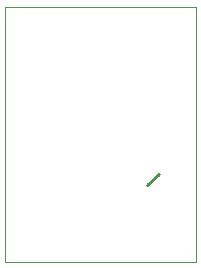
<source format=gbo>
G75*
%MOIN*%
%OFA0B0*%
%FSLAX24Y24*%
%IPPOS*%
%LPD*%
%AMOC8*
5,1,8,0,0,1.08239X$1,22.5*
%
%ADD10C,0.0000*%
%ADD11C,0.0100*%
D10*
X002392Y002642D02*
X002392Y011142D01*
X008767Y011142D01*
X008767Y002642D01*
X002392Y002642D01*
D11*
X007142Y005204D02*
X007517Y005579D01*
M02*

</source>
